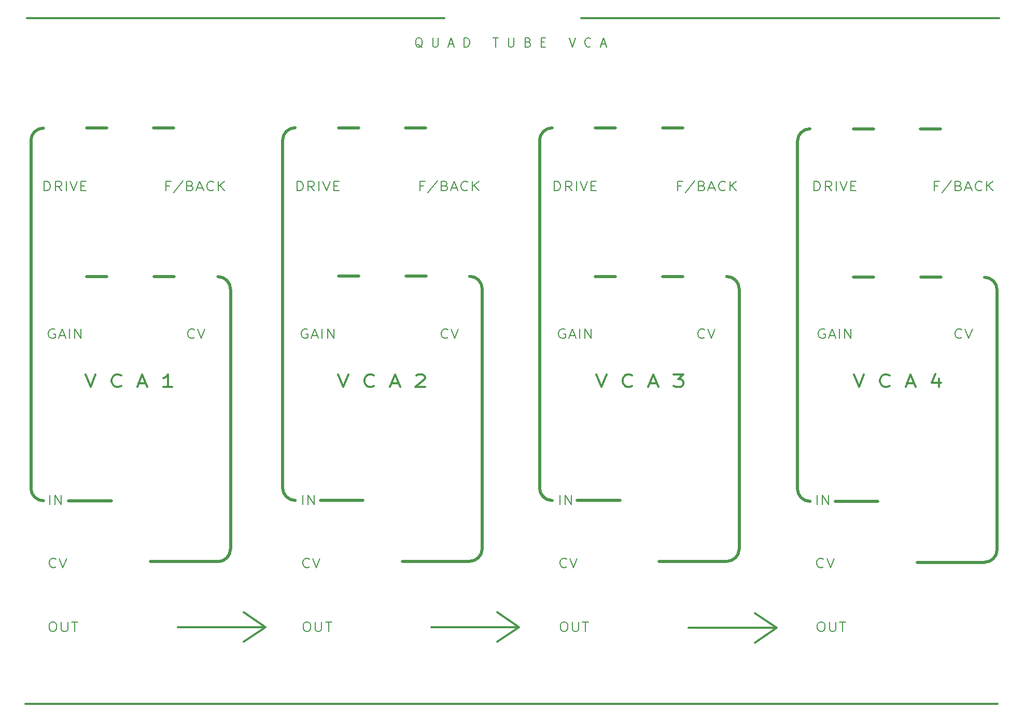
<source format=gto>
%TF.GenerationSoftware,KiCad,Pcbnew,(5.1.6-0-10_14)*%
%TF.CreationDate,2022-01-28T11:35:50+00:00*%
%TF.ProjectId,Quad Tube VCA Panel,51756164-2054-4756-9265-205643412050,rev?*%
%TF.SameCoordinates,Original*%
%TF.FileFunction,Legend,Top*%
%TF.FilePolarity,Positive*%
%FSLAX46Y46*%
G04 Gerber Fmt 4.6, Leading zero omitted, Abs format (unit mm)*
G04 Created by KiCad (PCBNEW (5.1.6-0-10_14)) date 2022-01-28 11:35:50*
%MOMM*%
%LPD*%
G01*
G04 APERTURE LIST*
%ADD10C,0.500000*%
%ADD11C,0.200000*%
%ADD12C,0.300000*%
%ADD13C,0.700000*%
%ADD14C,0.150000*%
%ADD15C,0.250000*%
G04 APERTURE END LIST*
D10*
X154707500Y-111491700D02*
X158009500Y-111491700D01*
X167191600Y-156030600D02*
X167191600Y-113561800D01*
X167191600Y-156030600D02*
G75*
G02*
X165146900Y-158075300I-2044700J0D01*
G01*
X165146900Y-111491700D02*
G75*
G02*
X167191600Y-113536400I0J-2044700D01*
G01*
X143722000Y-111491700D02*
X147024000Y-111491700D01*
X134603400Y-89254000D02*
G75*
G02*
X136648100Y-87209300I2044700J0D01*
G01*
X134600000Y-89300000D02*
X134600000Y-146050000D01*
X165146900Y-158075300D02*
X154123300Y-158075300D01*
X136648100Y-148118500D02*
G75*
G02*
X134603400Y-146073800I0J2044700D01*
G01*
X143709300Y-87209300D02*
X147011300Y-87209300D01*
X154656700Y-87209300D02*
X157958700Y-87209300D01*
X147747900Y-148118500D02*
X140737500Y-148118500D01*
X112597500Y-111351700D02*
X115899500Y-111351700D01*
X125081600Y-155890600D02*
X125081600Y-113421800D01*
X125081600Y-155890600D02*
G75*
G02*
X123036900Y-157935300I-2044700J0D01*
G01*
X123036900Y-111351700D02*
G75*
G02*
X125081600Y-113396400I0J-2044700D01*
G01*
X101612000Y-111351700D02*
X104914000Y-111351700D01*
X92493400Y-89114000D02*
G75*
G02*
X94538100Y-87069300I2044700J0D01*
G01*
X92490000Y-89160000D02*
X92490000Y-145910000D01*
X123036900Y-157935300D02*
X112013300Y-157935300D01*
X94538100Y-147978500D02*
G75*
G02*
X92493400Y-145933800I0J2044700D01*
G01*
X101599300Y-87069300D02*
X104901300Y-87069300D01*
X112546700Y-87069300D02*
X115848700Y-87069300D01*
X105637900Y-147978500D02*
X98627500Y-147978500D01*
X70627500Y-111331700D02*
X73929500Y-111331700D01*
X83111600Y-155870600D02*
X83111600Y-113401800D01*
X83111600Y-155870600D02*
G75*
G02*
X81066900Y-157915300I-2044700J0D01*
G01*
X81066900Y-111331700D02*
G75*
G02*
X83111600Y-113376400I0J-2044700D01*
G01*
X59642000Y-111331700D02*
X62944000Y-111331700D01*
X50523400Y-89094000D02*
G75*
G02*
X52568100Y-87049300I2044700J0D01*
G01*
X50520000Y-89140000D02*
X50520000Y-145890000D01*
X81066900Y-157915300D02*
X70043300Y-157915300D01*
X52568100Y-147958500D02*
G75*
G02*
X50523400Y-145913800I0J2044700D01*
G01*
X59629300Y-87049300D02*
X62931300Y-87049300D01*
X70576700Y-87049300D02*
X73878700Y-87049300D01*
X63667900Y-147958500D02*
X56657500Y-147958500D01*
X9420000Y-89200000D02*
X9420000Y-145950000D01*
X42011600Y-155930600D02*
X42011600Y-113461800D01*
X39966900Y-157975300D02*
X28943300Y-157975300D01*
X42011600Y-155930600D02*
G75*
G02*
X39966900Y-157975300I-2044700J0D01*
G01*
X11468100Y-148018500D02*
G75*
G02*
X9423400Y-145973800I0J2044700D01*
G01*
X39966900Y-111391700D02*
G75*
G02*
X42011600Y-113436400I0J-2044700D01*
G01*
X9423400Y-89154000D02*
G75*
G02*
X11468100Y-87109300I2044700J0D01*
G01*
X22567900Y-148018500D02*
X15557500Y-148018500D01*
X29476700Y-87109300D02*
X32778700Y-87109300D01*
X29527500Y-111391700D02*
X32829500Y-111391700D01*
X18542000Y-111391700D02*
X21844000Y-111391700D01*
X18529300Y-87109300D02*
X21831300Y-87109300D01*
D11*
X52875285Y-97325571D02*
X52875285Y-95825571D01*
X53303857Y-95825571D01*
X53561000Y-95897000D01*
X53732428Y-96039857D01*
X53818142Y-96182714D01*
X53903857Y-96468428D01*
X53903857Y-96682714D01*
X53818142Y-96968428D01*
X53732428Y-97111285D01*
X53561000Y-97254142D01*
X53303857Y-97325571D01*
X52875285Y-97325571D01*
X55703857Y-97325571D02*
X55103857Y-96611285D01*
X54675285Y-97325571D02*
X54675285Y-95825571D01*
X55361000Y-95825571D01*
X55532428Y-95897000D01*
X55618142Y-95968428D01*
X55703857Y-96111285D01*
X55703857Y-96325571D01*
X55618142Y-96468428D01*
X55532428Y-96539857D01*
X55361000Y-96611285D01*
X54675285Y-96611285D01*
X56475285Y-97325571D02*
X56475285Y-95825571D01*
X57075285Y-95825571D02*
X57675285Y-97325571D01*
X58275285Y-95825571D01*
X58875285Y-96539857D02*
X59475285Y-96539857D01*
X59732428Y-97325571D02*
X58875285Y-97325571D01*
X58875285Y-95825571D01*
X59732428Y-95825571D01*
X54589571Y-120027000D02*
X54418142Y-119955571D01*
X54161000Y-119955571D01*
X53903857Y-120027000D01*
X53732428Y-120169857D01*
X53646714Y-120312714D01*
X53561000Y-120598428D01*
X53561000Y-120812714D01*
X53646714Y-121098428D01*
X53732428Y-121241285D01*
X53903857Y-121384142D01*
X54161000Y-121455571D01*
X54332428Y-121455571D01*
X54589571Y-121384142D01*
X54675285Y-121312714D01*
X54675285Y-120812714D01*
X54332428Y-120812714D01*
X55361000Y-121027000D02*
X56218142Y-121027000D01*
X55189571Y-121455571D02*
X55789571Y-119955571D01*
X56389571Y-121455571D01*
X56989571Y-121455571D02*
X56989571Y-119955571D01*
X57846714Y-121455571D02*
X57846714Y-119955571D01*
X58875285Y-121455571D01*
X58875285Y-119955571D01*
X77509714Y-121312714D02*
X77424000Y-121384142D01*
X77166857Y-121455571D01*
X76995428Y-121455571D01*
X76738285Y-121384142D01*
X76566857Y-121241285D01*
X76481142Y-121098428D01*
X76395428Y-120812714D01*
X76395428Y-120598428D01*
X76481142Y-120312714D01*
X76566857Y-120169857D01*
X76738285Y-120027000D01*
X76995428Y-119955571D01*
X77166857Y-119955571D01*
X77424000Y-120027000D01*
X77509714Y-120098428D01*
X78024000Y-119955571D02*
X78624000Y-121455571D01*
X79224000Y-119955571D01*
X73566857Y-96539857D02*
X72966857Y-96539857D01*
X72966857Y-97325571D02*
X72966857Y-95825571D01*
X73824000Y-95825571D01*
X75795428Y-95754142D02*
X74252571Y-97682714D01*
X76995428Y-96539857D02*
X77252571Y-96611285D01*
X77338285Y-96682714D01*
X77424000Y-96825571D01*
X77424000Y-97039857D01*
X77338285Y-97182714D01*
X77252571Y-97254142D01*
X77081142Y-97325571D01*
X76395428Y-97325571D01*
X76395428Y-95825571D01*
X76995428Y-95825571D01*
X77166857Y-95897000D01*
X77252571Y-95968428D01*
X77338285Y-96111285D01*
X77338285Y-96254142D01*
X77252571Y-96397000D01*
X77166857Y-96468428D01*
X76995428Y-96539857D01*
X76395428Y-96539857D01*
X78109714Y-96897000D02*
X78966857Y-96897000D01*
X77938285Y-97325571D02*
X78538285Y-95825571D01*
X79138285Y-97325571D01*
X80766857Y-97182714D02*
X80681142Y-97254142D01*
X80424000Y-97325571D01*
X80252571Y-97325571D01*
X79995428Y-97254142D01*
X79824000Y-97111285D01*
X79738285Y-96968428D01*
X79652571Y-96682714D01*
X79652571Y-96468428D01*
X79738285Y-96182714D01*
X79824000Y-96039857D01*
X79995428Y-95897000D01*
X80252571Y-95825571D01*
X80424000Y-95825571D01*
X80681142Y-95897000D01*
X80766857Y-95968428D01*
X81538285Y-97325571D02*
X81538285Y-95825571D01*
X82566857Y-97325571D02*
X81795428Y-96468428D01*
X82566857Y-95825571D02*
X81538285Y-96682714D01*
X36107714Y-121312714D02*
X36022000Y-121384142D01*
X35764857Y-121455571D01*
X35593428Y-121455571D01*
X35336285Y-121384142D01*
X35164857Y-121241285D01*
X35079142Y-121098428D01*
X34993428Y-120812714D01*
X34993428Y-120598428D01*
X35079142Y-120312714D01*
X35164857Y-120169857D01*
X35336285Y-120027000D01*
X35593428Y-119955571D01*
X35764857Y-119955571D01*
X36022000Y-120027000D01*
X36107714Y-120098428D01*
X36622000Y-119955571D02*
X37222000Y-121455571D01*
X37822000Y-119955571D01*
X32037857Y-96539857D02*
X31437857Y-96539857D01*
X31437857Y-97325571D02*
X31437857Y-95825571D01*
X32295000Y-95825571D01*
X34266428Y-95754142D02*
X32723571Y-97682714D01*
X35466428Y-96539857D02*
X35723571Y-96611285D01*
X35809285Y-96682714D01*
X35895000Y-96825571D01*
X35895000Y-97039857D01*
X35809285Y-97182714D01*
X35723571Y-97254142D01*
X35552142Y-97325571D01*
X34866428Y-97325571D01*
X34866428Y-95825571D01*
X35466428Y-95825571D01*
X35637857Y-95897000D01*
X35723571Y-95968428D01*
X35809285Y-96111285D01*
X35809285Y-96254142D01*
X35723571Y-96397000D01*
X35637857Y-96468428D01*
X35466428Y-96539857D01*
X34866428Y-96539857D01*
X36580714Y-96897000D02*
X37437857Y-96897000D01*
X36409285Y-97325571D02*
X37009285Y-95825571D01*
X37609285Y-97325571D01*
X39237857Y-97182714D02*
X39152142Y-97254142D01*
X38895000Y-97325571D01*
X38723571Y-97325571D01*
X38466428Y-97254142D01*
X38295000Y-97111285D01*
X38209285Y-96968428D01*
X38123571Y-96682714D01*
X38123571Y-96468428D01*
X38209285Y-96182714D01*
X38295000Y-96039857D01*
X38466428Y-95897000D01*
X38723571Y-95825571D01*
X38895000Y-95825571D01*
X39152142Y-95897000D01*
X39237857Y-95968428D01*
X40009285Y-97325571D02*
X40009285Y-95825571D01*
X41037857Y-97325571D02*
X40266428Y-96468428D01*
X41037857Y-95825571D02*
X40009285Y-96682714D01*
X13314571Y-120027000D02*
X13143142Y-119955571D01*
X12886000Y-119955571D01*
X12628857Y-120027000D01*
X12457428Y-120169857D01*
X12371714Y-120312714D01*
X12286000Y-120598428D01*
X12286000Y-120812714D01*
X12371714Y-121098428D01*
X12457428Y-121241285D01*
X12628857Y-121384142D01*
X12886000Y-121455571D01*
X13057428Y-121455571D01*
X13314571Y-121384142D01*
X13400285Y-121312714D01*
X13400285Y-120812714D01*
X13057428Y-120812714D01*
X14086000Y-121027000D02*
X14943142Y-121027000D01*
X13914571Y-121455571D02*
X14514571Y-119955571D01*
X15114571Y-121455571D01*
X15714571Y-121455571D02*
X15714571Y-119955571D01*
X16571714Y-121455571D02*
X16571714Y-119955571D01*
X17600285Y-121455571D01*
X17600285Y-119955571D01*
X11600285Y-97325571D02*
X11600285Y-95825571D01*
X12028857Y-95825571D01*
X12286000Y-95897000D01*
X12457428Y-96039857D01*
X12543142Y-96182714D01*
X12628857Y-96468428D01*
X12628857Y-96682714D01*
X12543142Y-96968428D01*
X12457428Y-97111285D01*
X12286000Y-97254142D01*
X12028857Y-97325571D01*
X11600285Y-97325571D01*
X14428857Y-97325571D02*
X13828857Y-96611285D01*
X13400285Y-97325571D02*
X13400285Y-95825571D01*
X14086000Y-95825571D01*
X14257428Y-95897000D01*
X14343142Y-95968428D01*
X14428857Y-96111285D01*
X14428857Y-96325571D01*
X14343142Y-96468428D01*
X14257428Y-96539857D01*
X14086000Y-96611285D01*
X13400285Y-96611285D01*
X15200285Y-97325571D02*
X15200285Y-95825571D01*
X15800285Y-95825571D02*
X16400285Y-97325571D01*
X17000285Y-95825571D01*
X17600285Y-96539857D02*
X18200285Y-96539857D01*
X18457428Y-97325571D02*
X17600285Y-97325571D01*
X17600285Y-95825571D01*
X18457428Y-95825571D01*
X96626571Y-120027000D02*
X96455142Y-119955571D01*
X96198000Y-119955571D01*
X95940857Y-120027000D01*
X95769428Y-120169857D01*
X95683714Y-120312714D01*
X95598000Y-120598428D01*
X95598000Y-120812714D01*
X95683714Y-121098428D01*
X95769428Y-121241285D01*
X95940857Y-121384142D01*
X96198000Y-121455571D01*
X96369428Y-121455571D01*
X96626571Y-121384142D01*
X96712285Y-121312714D01*
X96712285Y-120812714D01*
X96369428Y-120812714D01*
X97398000Y-121027000D02*
X98255142Y-121027000D01*
X97226571Y-121455571D02*
X97826571Y-119955571D01*
X98426571Y-121455571D01*
X99026571Y-121455571D02*
X99026571Y-119955571D01*
X99883714Y-121455571D02*
X99883714Y-119955571D01*
X100912285Y-121455571D01*
X100912285Y-119955571D01*
X119419714Y-121312714D02*
X119334000Y-121384142D01*
X119076857Y-121455571D01*
X118905428Y-121455571D01*
X118648285Y-121384142D01*
X118476857Y-121241285D01*
X118391142Y-121098428D01*
X118305428Y-120812714D01*
X118305428Y-120598428D01*
X118391142Y-120312714D01*
X118476857Y-120169857D01*
X118648285Y-120027000D01*
X118905428Y-119955571D01*
X119076857Y-119955571D01*
X119334000Y-120027000D01*
X119419714Y-120098428D01*
X119934000Y-119955571D02*
X120534000Y-121455571D01*
X121134000Y-119955571D01*
X94912285Y-97325571D02*
X94912285Y-95825571D01*
X95340857Y-95825571D01*
X95598000Y-95897000D01*
X95769428Y-96039857D01*
X95855142Y-96182714D01*
X95940857Y-96468428D01*
X95940857Y-96682714D01*
X95855142Y-96968428D01*
X95769428Y-97111285D01*
X95598000Y-97254142D01*
X95340857Y-97325571D01*
X94912285Y-97325571D01*
X97740857Y-97325571D02*
X97140857Y-96611285D01*
X96712285Y-97325571D02*
X96712285Y-95825571D01*
X97398000Y-95825571D01*
X97569428Y-95897000D01*
X97655142Y-95968428D01*
X97740857Y-96111285D01*
X97740857Y-96325571D01*
X97655142Y-96468428D01*
X97569428Y-96539857D01*
X97398000Y-96611285D01*
X96712285Y-96611285D01*
X98512285Y-97325571D02*
X98512285Y-95825571D01*
X99112285Y-95825571D02*
X99712285Y-97325571D01*
X100312285Y-95825571D01*
X100912285Y-96539857D02*
X101512285Y-96539857D01*
X101769428Y-97325571D02*
X100912285Y-97325571D01*
X100912285Y-95825571D01*
X101769428Y-95825571D01*
X115603857Y-96539857D02*
X115003857Y-96539857D01*
X115003857Y-97325571D02*
X115003857Y-95825571D01*
X115861000Y-95825571D01*
X117832428Y-95754142D02*
X116289571Y-97682714D01*
X119032428Y-96539857D02*
X119289571Y-96611285D01*
X119375285Y-96682714D01*
X119461000Y-96825571D01*
X119461000Y-97039857D01*
X119375285Y-97182714D01*
X119289571Y-97254142D01*
X119118142Y-97325571D01*
X118432428Y-97325571D01*
X118432428Y-95825571D01*
X119032428Y-95825571D01*
X119203857Y-95897000D01*
X119289571Y-95968428D01*
X119375285Y-96111285D01*
X119375285Y-96254142D01*
X119289571Y-96397000D01*
X119203857Y-96468428D01*
X119032428Y-96539857D01*
X118432428Y-96539857D01*
X120146714Y-96897000D02*
X121003857Y-96897000D01*
X119975285Y-97325571D02*
X120575285Y-95825571D01*
X121175285Y-97325571D01*
X122803857Y-97182714D02*
X122718142Y-97254142D01*
X122461000Y-97325571D01*
X122289571Y-97325571D01*
X122032428Y-97254142D01*
X121861000Y-97111285D01*
X121775285Y-96968428D01*
X121689571Y-96682714D01*
X121689571Y-96468428D01*
X121775285Y-96182714D01*
X121861000Y-96039857D01*
X122032428Y-95897000D01*
X122289571Y-95825571D01*
X122461000Y-95825571D01*
X122718142Y-95897000D01*
X122803857Y-95968428D01*
X123575285Y-97325571D02*
X123575285Y-95825571D01*
X124603857Y-97325571D02*
X123832428Y-96468428D01*
X124603857Y-95825571D02*
X123575285Y-96682714D01*
X139044571Y-120027000D02*
X138873142Y-119955571D01*
X138616000Y-119955571D01*
X138358857Y-120027000D01*
X138187428Y-120169857D01*
X138101714Y-120312714D01*
X138016000Y-120598428D01*
X138016000Y-120812714D01*
X138101714Y-121098428D01*
X138187428Y-121241285D01*
X138358857Y-121384142D01*
X138616000Y-121455571D01*
X138787428Y-121455571D01*
X139044571Y-121384142D01*
X139130285Y-121312714D01*
X139130285Y-120812714D01*
X138787428Y-120812714D01*
X139816000Y-121027000D02*
X140673142Y-121027000D01*
X139644571Y-121455571D02*
X140244571Y-119955571D01*
X140844571Y-121455571D01*
X141444571Y-121455571D02*
X141444571Y-119955571D01*
X142301714Y-121455571D02*
X142301714Y-119955571D01*
X143330285Y-121455571D01*
X143330285Y-119955571D01*
X161456714Y-121312714D02*
X161371000Y-121384142D01*
X161113857Y-121455571D01*
X160942428Y-121455571D01*
X160685285Y-121384142D01*
X160513857Y-121241285D01*
X160428142Y-121098428D01*
X160342428Y-120812714D01*
X160342428Y-120598428D01*
X160428142Y-120312714D01*
X160513857Y-120169857D01*
X160685285Y-120027000D01*
X160942428Y-119955571D01*
X161113857Y-119955571D01*
X161371000Y-120027000D01*
X161456714Y-120098428D01*
X161971000Y-119955571D02*
X162571000Y-121455571D01*
X163171000Y-119955571D01*
X137330285Y-97325571D02*
X137330285Y-95825571D01*
X137758857Y-95825571D01*
X138016000Y-95897000D01*
X138187428Y-96039857D01*
X138273142Y-96182714D01*
X138358857Y-96468428D01*
X138358857Y-96682714D01*
X138273142Y-96968428D01*
X138187428Y-97111285D01*
X138016000Y-97254142D01*
X137758857Y-97325571D01*
X137330285Y-97325571D01*
X140158857Y-97325571D02*
X139558857Y-96611285D01*
X139130285Y-97325571D02*
X139130285Y-95825571D01*
X139816000Y-95825571D01*
X139987428Y-95897000D01*
X140073142Y-95968428D01*
X140158857Y-96111285D01*
X140158857Y-96325571D01*
X140073142Y-96468428D01*
X139987428Y-96539857D01*
X139816000Y-96611285D01*
X139130285Y-96611285D01*
X140930285Y-97325571D02*
X140930285Y-95825571D01*
X141530285Y-95825571D02*
X142130285Y-97325571D01*
X142730285Y-95825571D01*
X143330285Y-96539857D02*
X143930285Y-96539857D01*
X144187428Y-97325571D02*
X143330285Y-97325571D01*
X143330285Y-95825571D01*
X144187428Y-95825571D01*
X157513857Y-96539857D02*
X156913857Y-96539857D01*
X156913857Y-97325571D02*
X156913857Y-95825571D01*
X157771000Y-95825571D01*
X159742428Y-95754142D02*
X158199571Y-97682714D01*
X160942428Y-96539857D02*
X161199571Y-96611285D01*
X161285285Y-96682714D01*
X161371000Y-96825571D01*
X161371000Y-97039857D01*
X161285285Y-97182714D01*
X161199571Y-97254142D01*
X161028142Y-97325571D01*
X160342428Y-97325571D01*
X160342428Y-95825571D01*
X160942428Y-95825571D01*
X161113857Y-95897000D01*
X161199571Y-95968428D01*
X161285285Y-96111285D01*
X161285285Y-96254142D01*
X161199571Y-96397000D01*
X161113857Y-96468428D01*
X160942428Y-96539857D01*
X160342428Y-96539857D01*
X162056714Y-96897000D02*
X162913857Y-96897000D01*
X161885285Y-97325571D02*
X162485285Y-95825571D01*
X163085285Y-97325571D01*
X164713857Y-97182714D02*
X164628142Y-97254142D01*
X164371000Y-97325571D01*
X164199571Y-97325571D01*
X163942428Y-97254142D01*
X163771000Y-97111285D01*
X163685285Y-96968428D01*
X163599571Y-96682714D01*
X163599571Y-96468428D01*
X163685285Y-96182714D01*
X163771000Y-96039857D01*
X163942428Y-95897000D01*
X164199571Y-95825571D01*
X164371000Y-95825571D01*
X164628142Y-95897000D01*
X164713857Y-95968428D01*
X165485285Y-97325571D02*
X165485285Y-95825571D01*
X166513857Y-97325571D02*
X165742428Y-96468428D01*
X166513857Y-95825571D02*
X165485285Y-96682714D01*
X73328428Y-73973428D02*
X73185571Y-73902000D01*
X73042714Y-73759142D01*
X72828428Y-73544857D01*
X72685571Y-73473428D01*
X72542714Y-73473428D01*
X72614142Y-73830571D02*
X72471285Y-73759142D01*
X72328428Y-73616285D01*
X72256999Y-73330571D01*
X72256999Y-72830571D01*
X72328428Y-72544857D01*
X72471285Y-72402000D01*
X72614142Y-72330571D01*
X72899857Y-72330571D01*
X73042714Y-72402000D01*
X73185571Y-72544857D01*
X73256999Y-72830571D01*
X73256999Y-73330571D01*
X73185571Y-73616285D01*
X73042714Y-73759142D01*
X72899857Y-73830571D01*
X72614142Y-73830571D01*
X75042714Y-72330571D02*
X75042714Y-73544857D01*
X75114142Y-73687714D01*
X75185571Y-73759142D01*
X75328428Y-73830571D01*
X75614142Y-73830571D01*
X75756999Y-73759142D01*
X75828428Y-73687714D01*
X75899857Y-73544857D01*
X75899857Y-72330571D01*
X77685571Y-73402000D02*
X78399857Y-73402000D01*
X77542714Y-73830571D02*
X78042714Y-72330571D01*
X78542714Y-73830571D01*
X80185571Y-73830571D02*
X80185571Y-72330571D01*
X80542714Y-72330571D01*
X80756999Y-72402000D01*
X80899857Y-72544857D01*
X80971285Y-72687714D01*
X81042714Y-72973428D01*
X81042714Y-73187714D01*
X80971285Y-73473428D01*
X80899857Y-73616285D01*
X80756999Y-73759142D01*
X80542714Y-73830571D01*
X80185571Y-73830571D01*
X84899857Y-72330571D02*
X85756999Y-72330571D01*
X85328428Y-73830571D02*
X85328428Y-72330571D01*
X87399857Y-72330571D02*
X87399857Y-73544857D01*
X87471285Y-73687714D01*
X87542714Y-73759142D01*
X87685571Y-73830571D01*
X87971285Y-73830571D01*
X88114142Y-73759142D01*
X88185571Y-73687714D01*
X88256999Y-73544857D01*
X88256999Y-72330571D01*
X90614142Y-73044857D02*
X90828428Y-73116285D01*
X90899857Y-73187714D01*
X90971285Y-73330571D01*
X90971285Y-73544857D01*
X90899857Y-73687714D01*
X90828428Y-73759142D01*
X90685571Y-73830571D01*
X90114142Y-73830571D01*
X90114142Y-72330571D01*
X90614142Y-72330571D01*
X90756999Y-72402000D01*
X90828428Y-72473428D01*
X90899857Y-72616285D01*
X90899857Y-72759142D01*
X90828428Y-72902000D01*
X90756999Y-72973428D01*
X90614142Y-73044857D01*
X90114142Y-73044857D01*
X92756999Y-73044857D02*
X93256999Y-73044857D01*
X93471285Y-73830571D02*
X92756999Y-73830571D01*
X92756999Y-72330571D01*
X93471285Y-72330571D01*
X97328428Y-72330571D02*
X97828428Y-73830571D01*
X98328428Y-72330571D01*
X100828428Y-73687714D02*
X100756999Y-73759142D01*
X100542714Y-73830571D01*
X100399857Y-73830571D01*
X100185571Y-73759142D01*
X100042714Y-73616285D01*
X99971285Y-73473428D01*
X99899857Y-73187714D01*
X99899857Y-72973428D01*
X99971285Y-72687714D01*
X100042714Y-72544857D01*
X100185571Y-72402000D01*
X100399857Y-72330571D01*
X100542714Y-72330571D01*
X100756999Y-72402000D01*
X100828428Y-72473428D01*
X102542714Y-73402000D02*
X103256999Y-73402000D01*
X102399857Y-73830571D02*
X102899857Y-72330571D01*
X103399857Y-73830571D01*
X12519142Y-148633571D02*
X12519142Y-147133571D01*
X13376285Y-148633571D02*
X13376285Y-147133571D01*
X14404857Y-148633571D01*
X14404857Y-147133571D01*
X13547714Y-158777714D02*
X13462000Y-158849142D01*
X13204857Y-158920571D01*
X13033428Y-158920571D01*
X12776285Y-158849142D01*
X12604857Y-158706285D01*
X12519142Y-158563428D01*
X12433428Y-158277714D01*
X12433428Y-158063428D01*
X12519142Y-157777714D01*
X12604857Y-157634857D01*
X12776285Y-157492000D01*
X13033428Y-157420571D01*
X13204857Y-157420571D01*
X13462000Y-157492000D01*
X13547714Y-157563428D01*
X14062000Y-157420571D02*
X14662000Y-158920571D01*
X15262000Y-157420571D01*
X12862000Y-167834571D02*
X13204857Y-167834571D01*
X13376285Y-167906000D01*
X13547714Y-168048857D01*
X13633428Y-168334571D01*
X13633428Y-168834571D01*
X13547714Y-169120285D01*
X13376285Y-169263142D01*
X13204857Y-169334571D01*
X12862000Y-169334571D01*
X12690571Y-169263142D01*
X12519142Y-169120285D01*
X12433428Y-168834571D01*
X12433428Y-168334571D01*
X12519142Y-168048857D01*
X12690571Y-167906000D01*
X12862000Y-167834571D01*
X14404857Y-167834571D02*
X14404857Y-169048857D01*
X14490571Y-169191714D01*
X14576285Y-169263142D01*
X14747714Y-169334571D01*
X15090571Y-169334571D01*
X15262000Y-169263142D01*
X15347714Y-169191714D01*
X15433428Y-169048857D01*
X15433428Y-167834571D01*
X16033428Y-167834571D02*
X17062000Y-167834571D01*
X16547714Y-169334571D02*
X16547714Y-167834571D01*
X54919714Y-158777714D02*
X54834000Y-158849142D01*
X54576857Y-158920571D01*
X54405428Y-158920571D01*
X54148285Y-158849142D01*
X53976857Y-158706285D01*
X53891142Y-158563428D01*
X53805428Y-158277714D01*
X53805428Y-158063428D01*
X53891142Y-157777714D01*
X53976857Y-157634857D01*
X54148285Y-157492000D01*
X54405428Y-157420571D01*
X54576857Y-157420571D01*
X54834000Y-157492000D01*
X54919714Y-157563428D01*
X55434000Y-157420571D02*
X56034000Y-158920571D01*
X56634000Y-157420571D01*
X54334000Y-167834571D02*
X54676857Y-167834571D01*
X54848285Y-167906000D01*
X55019714Y-168048857D01*
X55105428Y-168334571D01*
X55105428Y-168834571D01*
X55019714Y-169120285D01*
X54848285Y-169263142D01*
X54676857Y-169334571D01*
X54334000Y-169334571D01*
X54162571Y-169263142D01*
X53991142Y-169120285D01*
X53905428Y-168834571D01*
X53905428Y-168334571D01*
X53991142Y-168048857D01*
X54162571Y-167906000D01*
X54334000Y-167834571D01*
X55876857Y-167834571D02*
X55876857Y-169048857D01*
X55962571Y-169191714D01*
X56048285Y-169263142D01*
X56219714Y-169334571D01*
X56562571Y-169334571D01*
X56734000Y-169263142D01*
X56819714Y-169191714D01*
X56905428Y-169048857D01*
X56905428Y-167834571D01*
X57505428Y-167834571D02*
X58534000Y-167834571D01*
X58019714Y-169334571D02*
X58019714Y-167834571D01*
X53794142Y-148633571D02*
X53794142Y-147133571D01*
X54651285Y-148633571D02*
X54651285Y-147133571D01*
X55679857Y-148633571D01*
X55679857Y-147133571D01*
X96891048Y-158777714D02*
X96805334Y-158849142D01*
X96548191Y-158920571D01*
X96376762Y-158920571D01*
X96119619Y-158849142D01*
X95948191Y-158706285D01*
X95862476Y-158563428D01*
X95776762Y-158277714D01*
X95776762Y-158063428D01*
X95862476Y-157777714D01*
X95948191Y-157634857D01*
X96119619Y-157492000D01*
X96376762Y-157420571D01*
X96548191Y-157420571D01*
X96805334Y-157492000D01*
X96891048Y-157563428D01*
X97405334Y-157420571D02*
X98005334Y-158920571D01*
X98605334Y-157420571D01*
X96305334Y-167834571D02*
X96648191Y-167834571D01*
X96819619Y-167906000D01*
X96991048Y-168048857D01*
X97076762Y-168334571D01*
X97076762Y-168834571D01*
X96991048Y-169120285D01*
X96819619Y-169263142D01*
X96648191Y-169334571D01*
X96305334Y-169334571D01*
X96133905Y-169263142D01*
X95962476Y-169120285D01*
X95876762Y-168834571D01*
X95876762Y-168334571D01*
X95962476Y-168048857D01*
X96133905Y-167906000D01*
X96305334Y-167834571D01*
X97848191Y-167834571D02*
X97848191Y-169048857D01*
X97933905Y-169191714D01*
X98019619Y-169263142D01*
X98191048Y-169334571D01*
X98533905Y-169334571D01*
X98705334Y-169263142D01*
X98791048Y-169191714D01*
X98876762Y-169048857D01*
X98876762Y-167834571D01*
X99476762Y-167834571D02*
X100505334Y-167834571D01*
X99991048Y-169334571D02*
X99991048Y-167834571D01*
X95829142Y-148633571D02*
X95829142Y-147133571D01*
X96686285Y-148633571D02*
X96686285Y-147133571D01*
X97714857Y-148633571D01*
X97714857Y-147133571D01*
X138866714Y-158777714D02*
X138781000Y-158849142D01*
X138523857Y-158920571D01*
X138352428Y-158920571D01*
X138095285Y-158849142D01*
X137923857Y-158706285D01*
X137838142Y-158563428D01*
X137752428Y-158277714D01*
X137752428Y-158063428D01*
X137838142Y-157777714D01*
X137923857Y-157634857D01*
X138095285Y-157492000D01*
X138352428Y-157420571D01*
X138523857Y-157420571D01*
X138781000Y-157492000D01*
X138866714Y-157563428D01*
X139381000Y-157420571D02*
X139981000Y-158920571D01*
X140581000Y-157420571D01*
X138281000Y-167834571D02*
X138623857Y-167834571D01*
X138795285Y-167906000D01*
X138966714Y-168048857D01*
X139052428Y-168334571D01*
X139052428Y-168834571D01*
X138966714Y-169120285D01*
X138795285Y-169263142D01*
X138623857Y-169334571D01*
X138281000Y-169334571D01*
X138109571Y-169263142D01*
X137938142Y-169120285D01*
X137852428Y-168834571D01*
X137852428Y-168334571D01*
X137938142Y-168048857D01*
X138109571Y-167906000D01*
X138281000Y-167834571D01*
X139823857Y-167834571D02*
X139823857Y-169048857D01*
X139909571Y-169191714D01*
X139995285Y-169263142D01*
X140166714Y-169334571D01*
X140509571Y-169334571D01*
X140681000Y-169263142D01*
X140766714Y-169191714D01*
X140852428Y-169048857D01*
X140852428Y-167834571D01*
X141452428Y-167834571D02*
X142481000Y-167834571D01*
X141966714Y-169334571D02*
X141966714Y-167834571D01*
X137804808Y-148633571D02*
X137804808Y-147133571D01*
X138661951Y-148633571D02*
X138661951Y-147133571D01*
X139690523Y-148633571D01*
X139690523Y-147133571D01*
D12*
X18324619Y-127395761D02*
X19157952Y-129395761D01*
X19991285Y-127395761D01*
X24157952Y-129205285D02*
X24038904Y-129300523D01*
X23681761Y-129395761D01*
X23443666Y-129395761D01*
X23086523Y-129300523D01*
X22848428Y-129110047D01*
X22729380Y-128919571D01*
X22610333Y-128538619D01*
X22610333Y-128252904D01*
X22729380Y-127871952D01*
X22848428Y-127681476D01*
X23086523Y-127491000D01*
X23443666Y-127395761D01*
X23681761Y-127395761D01*
X24038904Y-127491000D01*
X24157952Y-127586238D01*
X27015095Y-128824333D02*
X28205571Y-128824333D01*
X26777000Y-129395761D02*
X27610333Y-127395761D01*
X28443666Y-129395761D01*
X32491285Y-129395761D02*
X31062714Y-129395761D01*
X31777000Y-129395761D02*
X31777000Y-127395761D01*
X31538904Y-127681476D01*
X31300809Y-127871952D01*
X31062714Y-127967190D01*
X59599619Y-127395761D02*
X60432952Y-129395761D01*
X61266285Y-127395761D01*
X65432952Y-129205285D02*
X65313904Y-129300523D01*
X64956761Y-129395761D01*
X64718666Y-129395761D01*
X64361523Y-129300523D01*
X64123428Y-129110047D01*
X64004380Y-128919571D01*
X63885333Y-128538619D01*
X63885333Y-128252904D01*
X64004380Y-127871952D01*
X64123428Y-127681476D01*
X64361523Y-127491000D01*
X64718666Y-127395761D01*
X64956761Y-127395761D01*
X65313904Y-127491000D01*
X65432952Y-127586238D01*
X68290095Y-128824333D02*
X69480571Y-128824333D01*
X68052000Y-129395761D02*
X68885333Y-127395761D01*
X69718666Y-129395761D01*
X72337714Y-127586238D02*
X72456761Y-127491000D01*
X72694857Y-127395761D01*
X73290095Y-127395761D01*
X73528190Y-127491000D01*
X73647238Y-127586238D01*
X73766285Y-127776714D01*
X73766285Y-127967190D01*
X73647238Y-128252904D01*
X72218666Y-129395761D01*
X73766285Y-129395761D01*
X101763619Y-127395761D02*
X102596952Y-129395761D01*
X103430285Y-127395761D01*
X107596952Y-129205285D02*
X107477904Y-129300523D01*
X107120761Y-129395761D01*
X106882666Y-129395761D01*
X106525523Y-129300523D01*
X106287428Y-129110047D01*
X106168380Y-128919571D01*
X106049333Y-128538619D01*
X106049333Y-128252904D01*
X106168380Y-127871952D01*
X106287428Y-127681476D01*
X106525523Y-127491000D01*
X106882666Y-127395761D01*
X107120761Y-127395761D01*
X107477904Y-127491000D01*
X107596952Y-127586238D01*
X110454095Y-128824333D02*
X111644571Y-128824333D01*
X110216000Y-129395761D02*
X111049333Y-127395761D01*
X111882666Y-129395761D01*
X114382666Y-127395761D02*
X115930285Y-127395761D01*
X115096952Y-128157666D01*
X115454095Y-128157666D01*
X115692190Y-128252904D01*
X115811238Y-128348142D01*
X115930285Y-128538619D01*
X115930285Y-129014809D01*
X115811238Y-129205285D01*
X115692190Y-129300523D01*
X115454095Y-129395761D01*
X114739809Y-129395761D01*
X114501714Y-129300523D01*
X114382666Y-129205285D01*
X143800619Y-127395761D02*
X144633952Y-129395761D01*
X145467285Y-127395761D01*
X149633952Y-129205285D02*
X149514904Y-129300523D01*
X149157761Y-129395761D01*
X148919666Y-129395761D01*
X148562523Y-129300523D01*
X148324428Y-129110047D01*
X148205380Y-128919571D01*
X148086333Y-128538619D01*
X148086333Y-128252904D01*
X148205380Y-127871952D01*
X148324428Y-127681476D01*
X148562523Y-127491000D01*
X148919666Y-127395761D01*
X149157761Y-127395761D01*
X149514904Y-127491000D01*
X149633952Y-127586238D01*
X152491095Y-128824333D02*
X153681571Y-128824333D01*
X152253000Y-129395761D02*
X153086333Y-127395761D01*
X153919666Y-129395761D01*
X157729190Y-128062428D02*
X157729190Y-129395761D01*
X157133952Y-127300523D02*
X156538714Y-128729095D01*
X158086333Y-128729095D01*
X8509000Y-181229000D02*
X167259000Y-181229000D01*
X8763000Y-69088000D02*
X76962000Y-69088000D01*
X99314000Y-69088000D02*
X167513000Y-69088000D01*
X131191000Y-168783000D02*
X127635000Y-166370000D01*
X131191000Y-168783000D02*
X127635000Y-171196000D01*
X116840000Y-168783000D02*
X131191000Y-168783000D01*
X89154000Y-168656000D02*
X85598000Y-166243000D01*
X89154000Y-168656000D02*
X85598000Y-171069000D01*
X74803000Y-168656000D02*
X89154000Y-168656000D01*
X47752000Y-168656000D02*
X44196000Y-171069000D01*
X47752000Y-168656000D02*
X44196000Y-166243000D01*
X33401000Y-168656000D02*
X47752000Y-168656000D01*
%LPC*%
X156210000Y-168275000D02*
G75*
G03*
X156210000Y-168275000I-5105337J0D01*
G01*
X114325337Y-168376663D02*
G75*
G03*
X114325337Y-168376663I-5105337J0D01*
G01*
X72034337Y-168376663D02*
G75*
G03*
X72034337Y-168376663I-5105337J0D01*
G01*
X30759337Y-168249663D02*
G75*
G03*
X30759337Y-168249663I-5105337J0D01*
G01*
D13*
X78971333Y-65333904D02*
X80638000Y-70333904D01*
X82304666Y-65333904D01*
X86114190Y-70333904D02*
X86114190Y-67714857D01*
X85876095Y-67238666D01*
X85399904Y-67000571D01*
X84447523Y-67000571D01*
X83971333Y-67238666D01*
X86114190Y-70095809D02*
X85638000Y-70333904D01*
X84447523Y-70333904D01*
X83971333Y-70095809D01*
X83733238Y-69619619D01*
X83733238Y-69143428D01*
X83971333Y-68667238D01*
X84447523Y-68429142D01*
X85638000Y-68429142D01*
X86114190Y-68191047D01*
X83733238Y-65572000D02*
X86114190Y-65572000D01*
X89209428Y-70333904D02*
X88733238Y-70095809D01*
X88495142Y-69619619D01*
X88495142Y-65333904D01*
X90638000Y-67000571D02*
X91828476Y-70333904D01*
X93018952Y-67000571D01*
X94685619Y-70095809D02*
X95161809Y-70333904D01*
X96114190Y-70333904D01*
X96590380Y-70095809D01*
X96828476Y-69619619D01*
X96828476Y-69381523D01*
X96590380Y-68905333D01*
X96114190Y-68667238D01*
X95399904Y-68667238D01*
X94923714Y-68429142D01*
X94685619Y-67952952D01*
X94685619Y-67714857D01*
X94923714Y-67238666D01*
X95399904Y-67000571D01*
X96114190Y-67000571D01*
X96590380Y-67238666D01*
D14*
X12597190Y-138279142D02*
X12549571Y-138326761D01*
X12406714Y-138374380D01*
X12311476Y-138374380D01*
X12168619Y-138326761D01*
X12073380Y-138231523D01*
X12025761Y-138136285D01*
X11978142Y-137945809D01*
X11978142Y-137802952D01*
X12025761Y-137612476D01*
X12073380Y-137517238D01*
X12168619Y-137422000D01*
X12311476Y-137374380D01*
X12406714Y-137374380D01*
X12549571Y-137422000D01*
X12597190Y-137469619D01*
X14263857Y-138374380D02*
X13787666Y-138374380D01*
X13787666Y-137374380D01*
X15359095Y-137850571D02*
X15692428Y-137850571D01*
X15835285Y-138374380D02*
X15359095Y-138374380D01*
X15359095Y-137374380D01*
X15835285Y-137374380D01*
X16978142Y-138088666D02*
X17454333Y-138088666D01*
X16882904Y-138374380D02*
X17216238Y-137374380D01*
X17549571Y-138374380D01*
X18644809Y-138374380D02*
X18644809Y-137374380D01*
X19216238Y-138374380D01*
X19216238Y-137374380D01*
X32480666Y-138374380D02*
X32480666Y-137374380D01*
X32718761Y-137374380D01*
X32861619Y-137422000D01*
X32956857Y-137517238D01*
X33004476Y-137612476D01*
X33052095Y-137802952D01*
X33052095Y-137945809D01*
X33004476Y-138136285D01*
X32956857Y-138231523D01*
X32861619Y-138326761D01*
X32718761Y-138374380D01*
X32480666Y-138374380D01*
X34242571Y-138374380D02*
X34242571Y-137374380D01*
X36052095Y-138374380D02*
X35718761Y-137898190D01*
X35480666Y-138374380D02*
X35480666Y-137374380D01*
X35861619Y-137374380D01*
X35956857Y-137422000D01*
X36004476Y-137469619D01*
X36052095Y-137564857D01*
X36052095Y-137707714D01*
X36004476Y-137802952D01*
X35956857Y-137850571D01*
X35861619Y-137898190D01*
X35480666Y-137898190D01*
X37099714Y-137374380D02*
X37671142Y-137374380D01*
X37385428Y-138374380D02*
X37385428Y-137374380D01*
X38956857Y-137898190D02*
X38956857Y-138374380D01*
X38623523Y-137374380D02*
X38956857Y-137898190D01*
X39290190Y-137374380D01*
X53618190Y-138279142D02*
X53570571Y-138326761D01*
X53427714Y-138374380D01*
X53332476Y-138374380D01*
X53189619Y-138326761D01*
X53094380Y-138231523D01*
X53046761Y-138136285D01*
X52999142Y-137945809D01*
X52999142Y-137802952D01*
X53046761Y-137612476D01*
X53094380Y-137517238D01*
X53189619Y-137422000D01*
X53332476Y-137374380D01*
X53427714Y-137374380D01*
X53570571Y-137422000D01*
X53618190Y-137469619D01*
X55284857Y-138374380D02*
X54808666Y-138374380D01*
X54808666Y-137374380D01*
X56380095Y-137850571D02*
X56713428Y-137850571D01*
X56856285Y-138374380D02*
X56380095Y-138374380D01*
X56380095Y-137374380D01*
X56856285Y-137374380D01*
X57999142Y-138088666D02*
X58475333Y-138088666D01*
X57903904Y-138374380D02*
X58237238Y-137374380D01*
X58570571Y-138374380D01*
X59665809Y-138374380D02*
X59665809Y-137374380D01*
X60237238Y-138374380D01*
X60237238Y-137374380D01*
X73882666Y-138374380D02*
X73882666Y-137374380D01*
X74120761Y-137374380D01*
X74263619Y-137422000D01*
X74358857Y-137517238D01*
X74406476Y-137612476D01*
X74454095Y-137802952D01*
X74454095Y-137945809D01*
X74406476Y-138136285D01*
X74358857Y-138231523D01*
X74263619Y-138326761D01*
X74120761Y-138374380D01*
X73882666Y-138374380D01*
X75644571Y-138374380D02*
X75644571Y-137374380D01*
X77454095Y-138374380D02*
X77120761Y-137898190D01*
X76882666Y-138374380D02*
X76882666Y-137374380D01*
X77263619Y-137374380D01*
X77358857Y-137422000D01*
X77406476Y-137469619D01*
X77454095Y-137564857D01*
X77454095Y-137707714D01*
X77406476Y-137802952D01*
X77358857Y-137850571D01*
X77263619Y-137898190D01*
X76882666Y-137898190D01*
X78501714Y-137374380D02*
X79073142Y-137374380D01*
X78787428Y-138374380D02*
X78787428Y-137374380D01*
X80358857Y-137898190D02*
X80358857Y-138374380D01*
X80025523Y-137374380D02*
X80358857Y-137898190D01*
X80692190Y-137374380D01*
X95909190Y-138279142D02*
X95861571Y-138326761D01*
X95718714Y-138374380D01*
X95623476Y-138374380D01*
X95480619Y-138326761D01*
X95385380Y-138231523D01*
X95337761Y-138136285D01*
X95290142Y-137945809D01*
X95290142Y-137802952D01*
X95337761Y-137612476D01*
X95385380Y-137517238D01*
X95480619Y-137422000D01*
X95623476Y-137374380D01*
X95718714Y-137374380D01*
X95861571Y-137422000D01*
X95909190Y-137469619D01*
X97575857Y-138374380D02*
X97099666Y-138374380D01*
X97099666Y-137374380D01*
X98671095Y-137850571D02*
X99004428Y-137850571D01*
X99147285Y-138374380D02*
X98671095Y-138374380D01*
X98671095Y-137374380D01*
X99147285Y-137374380D01*
X100290142Y-138088666D02*
X100766333Y-138088666D01*
X100194904Y-138374380D02*
X100528238Y-137374380D01*
X100861571Y-138374380D01*
X101956809Y-138374380D02*
X101956809Y-137374380D01*
X102528238Y-138374380D01*
X102528238Y-137374380D01*
X115792666Y-138374380D02*
X115792666Y-137374380D01*
X116030761Y-137374380D01*
X116173619Y-137422000D01*
X116268857Y-137517238D01*
X116316476Y-137612476D01*
X116364095Y-137802952D01*
X116364095Y-137945809D01*
X116316476Y-138136285D01*
X116268857Y-138231523D01*
X116173619Y-138326761D01*
X116030761Y-138374380D01*
X115792666Y-138374380D01*
X117554571Y-138374380D02*
X117554571Y-137374380D01*
X119364095Y-138374380D02*
X119030761Y-137898190D01*
X118792666Y-138374380D02*
X118792666Y-137374380D01*
X119173619Y-137374380D01*
X119268857Y-137422000D01*
X119316476Y-137469619D01*
X119364095Y-137564857D01*
X119364095Y-137707714D01*
X119316476Y-137802952D01*
X119268857Y-137850571D01*
X119173619Y-137898190D01*
X118792666Y-137898190D01*
X120411714Y-137374380D02*
X120983142Y-137374380D01*
X120697428Y-138374380D02*
X120697428Y-137374380D01*
X122268857Y-137898190D02*
X122268857Y-138374380D01*
X121935523Y-137374380D02*
X122268857Y-137898190D01*
X122602190Y-137374380D01*
X138327190Y-138279142D02*
X138279571Y-138326761D01*
X138136714Y-138374380D01*
X138041476Y-138374380D01*
X137898619Y-138326761D01*
X137803380Y-138231523D01*
X137755761Y-138136285D01*
X137708142Y-137945809D01*
X137708142Y-137802952D01*
X137755761Y-137612476D01*
X137803380Y-137517238D01*
X137898619Y-137422000D01*
X138041476Y-137374380D01*
X138136714Y-137374380D01*
X138279571Y-137422000D01*
X138327190Y-137469619D01*
X139993857Y-138374380D02*
X139517666Y-138374380D01*
X139517666Y-137374380D01*
X141089095Y-137850571D02*
X141422428Y-137850571D01*
X141565285Y-138374380D02*
X141089095Y-138374380D01*
X141089095Y-137374380D01*
X141565285Y-137374380D01*
X142708142Y-138088666D02*
X143184333Y-138088666D01*
X142612904Y-138374380D02*
X142946238Y-137374380D01*
X143279571Y-138374380D01*
X144374809Y-138374380D02*
X144374809Y-137374380D01*
X144946238Y-138374380D01*
X144946238Y-137374380D01*
X157575666Y-138374380D02*
X157575666Y-137374380D01*
X157813761Y-137374380D01*
X157956619Y-137422000D01*
X158051857Y-137517238D01*
X158099476Y-137612476D01*
X158147095Y-137802952D01*
X158147095Y-137945809D01*
X158099476Y-138136285D01*
X158051857Y-138231523D01*
X157956619Y-138326761D01*
X157813761Y-138374380D01*
X157575666Y-138374380D01*
X159337571Y-138374380D02*
X159337571Y-137374380D01*
X161147095Y-138374380D02*
X160813761Y-137898190D01*
X160575666Y-138374380D02*
X160575666Y-137374380D01*
X160956619Y-137374380D01*
X161051857Y-137422000D01*
X161099476Y-137469619D01*
X161147095Y-137564857D01*
X161147095Y-137707714D01*
X161099476Y-137802952D01*
X161051857Y-137850571D01*
X160956619Y-137898190D01*
X160575666Y-137898190D01*
X162194714Y-137374380D02*
X162766142Y-137374380D01*
X162480428Y-138374380D02*
X162480428Y-137374380D01*
X164051857Y-137898190D02*
X164051857Y-138374380D01*
X163718523Y-137374380D02*
X164051857Y-137898190D01*
X164385190Y-137374380D01*
D15*
X60975285Y-186205714D02*
X60618142Y-186205714D01*
X60618142Y-184777142D01*
X60975285Y-184777142D01*
X62689571Y-185872380D02*
X62689571Y-184872380D01*
X62689571Y-185348571D02*
X63546714Y-185348571D01*
X63546714Y-185872380D02*
X63546714Y-184872380D01*
X65332428Y-185586666D02*
X66046714Y-185586666D01*
X65189571Y-185872380D02*
X65689571Y-184872380D01*
X66189571Y-185872380D01*
X68689571Y-185872380D02*
X68189571Y-185396190D01*
X67832428Y-185872380D02*
X67832428Y-184872380D01*
X68403857Y-184872380D01*
X68546714Y-184920000D01*
X68618142Y-184967619D01*
X68689571Y-185062857D01*
X68689571Y-185205714D01*
X68618142Y-185300952D01*
X68546714Y-185348571D01*
X68403857Y-185396190D01*
X67832428Y-185396190D01*
X70475285Y-185872380D02*
X70475285Y-184872380D01*
X70832428Y-184872380D01*
X71046714Y-184920000D01*
X71189571Y-185015238D01*
X71261000Y-185110476D01*
X71332428Y-185300952D01*
X71332428Y-185443809D01*
X71261000Y-185634285D01*
X71189571Y-185729523D01*
X71046714Y-185824761D01*
X70832428Y-185872380D01*
X70475285Y-185872380D01*
X72975285Y-184872380D02*
X73332428Y-185872380D01*
X73618142Y-185158095D01*
X73903857Y-185872380D01*
X74261000Y-184872380D01*
X75975285Y-185872380D02*
X75975285Y-184872380D01*
X78689571Y-185872380D02*
X78189571Y-185396190D01*
X77832428Y-185872380D02*
X77832428Y-184872380D01*
X78403857Y-184872380D01*
X78546714Y-184920000D01*
X78618142Y-184967619D01*
X78689571Y-185062857D01*
X78689571Y-185205714D01*
X78618142Y-185300952D01*
X78546714Y-185348571D01*
X78403857Y-185396190D01*
X77832428Y-185396190D01*
X80475285Y-185348571D02*
X80975285Y-185348571D01*
X81189571Y-185872380D02*
X80475285Y-185872380D01*
X80475285Y-184872380D01*
X81189571Y-184872380D01*
X82975285Y-185872380D02*
X82975285Y-184872380D01*
X83332428Y-184872380D01*
X83546714Y-184920000D01*
X83689571Y-185015238D01*
X83761000Y-185110476D01*
X83832428Y-185300952D01*
X83832428Y-185443809D01*
X83761000Y-185634285D01*
X83689571Y-185729523D01*
X83546714Y-185824761D01*
X83332428Y-185872380D01*
X82975285Y-185872380D01*
X87903857Y-185348571D02*
X88403857Y-185348571D01*
X88618142Y-185872380D02*
X87903857Y-185872380D01*
X87903857Y-184872380D01*
X88618142Y-184872380D01*
X90403857Y-185872380D02*
X90403857Y-184872380D01*
X91261000Y-185872380D01*
X91261000Y-184872380D01*
X93903857Y-184920000D02*
X93761000Y-184872380D01*
X93546714Y-184872380D01*
X93332428Y-184920000D01*
X93189571Y-185015238D01*
X93118142Y-185110476D01*
X93046714Y-185300952D01*
X93046714Y-185443809D01*
X93118142Y-185634285D01*
X93189571Y-185729523D01*
X93332428Y-185824761D01*
X93546714Y-185872380D01*
X93689571Y-185872380D01*
X93903857Y-185824761D01*
X93975285Y-185777142D01*
X93975285Y-185443809D01*
X93689571Y-185443809D01*
X95761000Y-185872380D02*
X95761000Y-184872380D01*
X97618142Y-185872380D02*
X97618142Y-184872380D01*
X98475285Y-185872380D01*
X98475285Y-184872380D01*
X100332428Y-185348571D02*
X100832428Y-185348571D01*
X101046714Y-185872380D02*
X100332428Y-185872380D01*
X100332428Y-184872380D01*
X101046714Y-184872380D01*
X102832428Y-185348571D02*
X103332428Y-185348571D01*
X103546714Y-185872380D02*
X102832428Y-185872380D01*
X102832428Y-184872380D01*
X103546714Y-184872380D01*
X106189571Y-185872380D02*
X105689571Y-185396190D01*
X105332428Y-185872380D02*
X105332428Y-184872380D01*
X105903857Y-184872380D01*
X106046714Y-184920000D01*
X106118142Y-184967619D01*
X106189571Y-185062857D01*
X106189571Y-185205714D01*
X106118142Y-185300952D01*
X106046714Y-185348571D01*
X105903857Y-185396190D01*
X105332428Y-185396190D01*
X107975285Y-185872380D02*
X107975285Y-184872380D01*
X109832428Y-185872380D02*
X109832428Y-184872380D01*
X110689571Y-185872380D01*
X110689571Y-184872380D01*
X113332428Y-184920000D02*
X113189571Y-184872380D01*
X112975285Y-184872380D01*
X112761000Y-184920000D01*
X112618142Y-185015238D01*
X112546714Y-185110476D01*
X112475285Y-185300952D01*
X112475285Y-185443809D01*
X112546714Y-185634285D01*
X112618142Y-185729523D01*
X112761000Y-185824761D01*
X112975285Y-185872380D01*
X113118142Y-185872380D01*
X113332428Y-185824761D01*
X113403857Y-185777142D01*
X113403857Y-185443809D01*
X113118142Y-185443809D01*
X115046714Y-186205714D02*
X115403857Y-186205714D01*
X115403857Y-184777142D01*
X115046714Y-184777142D01*
D11*
X22761142Y-79545571D02*
X21904000Y-79545571D01*
X22332571Y-79545571D02*
X22332571Y-78045571D01*
X22189714Y-78259857D01*
X22046857Y-78402714D01*
X21904000Y-78474142D01*
X23975428Y-78688428D02*
X23332571Y-79545571D01*
X24189714Y-79545571D02*
X24189714Y-78045571D01*
X24189714Y-78902714D02*
X23332571Y-78045571D01*
X25046857Y-79545571D02*
X24404000Y-78688428D01*
X25046857Y-78045571D02*
X24189714Y-78902714D01*
X25618285Y-78188428D02*
X25689714Y-78117000D01*
X25832571Y-78045571D01*
X26189714Y-78045571D01*
X26332571Y-78117000D01*
X26404000Y-78188428D01*
X26475428Y-78331285D01*
X26475428Y-78474142D01*
X26404000Y-78688428D01*
X25546857Y-79545571D01*
X26475428Y-79545571D01*
X27761142Y-78545571D02*
X27761142Y-79545571D01*
X27403999Y-77974142D02*
X27046857Y-79045571D01*
X27975428Y-79045571D01*
X29261142Y-78045571D02*
X28546857Y-78045571D01*
X28546857Y-79545571D01*
X28975428Y-79545571D01*
X29189714Y-79474142D01*
X29332571Y-79331285D01*
X29403999Y-79188428D01*
X29403999Y-78974142D01*
X29332571Y-78831285D01*
X29189714Y-78688428D01*
X28975428Y-78617000D01*
X28546857Y-78617000D01*
X63909142Y-79545571D02*
X63052000Y-79545571D01*
X63480571Y-79545571D02*
X63480571Y-78045571D01*
X63337714Y-78259857D01*
X63194857Y-78402714D01*
X63052000Y-78474142D01*
X65123428Y-78688428D02*
X64480571Y-79545571D01*
X65337714Y-79545571D02*
X65337714Y-78045571D01*
X65337714Y-78902714D02*
X64480571Y-78045571D01*
X66194857Y-79545571D02*
X65552000Y-78688428D01*
X66194857Y-78045571D02*
X65337714Y-78902714D01*
X66766285Y-78188428D02*
X66837714Y-78117000D01*
X66980571Y-78045571D01*
X67337714Y-78045571D01*
X67480571Y-78117000D01*
X67552000Y-78188428D01*
X67623428Y-78331285D01*
X67623428Y-78474142D01*
X67552000Y-78688428D01*
X66694857Y-79545571D01*
X67623428Y-79545571D01*
X68909142Y-78545571D02*
X68909142Y-79545571D01*
X68552000Y-77974142D02*
X68194857Y-79045571D01*
X69123428Y-79045571D01*
X70409142Y-78045571D02*
X69694857Y-78045571D01*
X69694857Y-79545571D01*
X70123428Y-79545571D01*
X70337714Y-79474142D01*
X70480571Y-79331285D01*
X70552000Y-79188428D01*
X70552000Y-78974142D01*
X70480571Y-78831285D01*
X70337714Y-78688428D01*
X70123428Y-78617000D01*
X69694857Y-78617000D01*
X106200142Y-79545571D02*
X105343000Y-79545571D01*
X105771571Y-79545571D02*
X105771571Y-78045571D01*
X105628714Y-78259857D01*
X105485857Y-78402714D01*
X105343000Y-78474142D01*
X107414428Y-78688428D02*
X106771571Y-79545571D01*
X107628714Y-79545571D02*
X107628714Y-78045571D01*
X107628714Y-78902714D02*
X106771571Y-78045571D01*
X108485857Y-79545571D02*
X107843000Y-78688428D01*
X108485857Y-78045571D02*
X107628714Y-78902714D01*
X109057285Y-78188428D02*
X109128714Y-78117000D01*
X109271571Y-78045571D01*
X109628714Y-78045571D01*
X109771571Y-78117000D01*
X109843000Y-78188428D01*
X109914428Y-78331285D01*
X109914428Y-78474142D01*
X109843000Y-78688428D01*
X108985857Y-79545571D01*
X109914428Y-79545571D01*
X111200142Y-78545571D02*
X111200142Y-79545571D01*
X110843000Y-77974142D02*
X110485857Y-79045571D01*
X111414428Y-79045571D01*
X112700142Y-78045571D02*
X111985857Y-78045571D01*
X111985857Y-79545571D01*
X112414428Y-79545571D01*
X112628714Y-79474142D01*
X112771571Y-79331285D01*
X112843000Y-79188428D01*
X112843000Y-78974142D01*
X112771571Y-78831285D01*
X112628714Y-78688428D01*
X112414428Y-78617000D01*
X111985857Y-78617000D01*
X148364142Y-79545571D02*
X147507000Y-79545571D01*
X147935571Y-79545571D02*
X147935571Y-78045571D01*
X147792714Y-78259857D01*
X147649857Y-78402714D01*
X147507000Y-78474142D01*
X149578428Y-78688428D02*
X148935571Y-79545571D01*
X149792714Y-79545571D02*
X149792714Y-78045571D01*
X149792714Y-78902714D02*
X148935571Y-78045571D01*
X150649857Y-79545571D02*
X150007000Y-78688428D01*
X150649857Y-78045571D02*
X149792714Y-78902714D01*
X151221285Y-78188428D02*
X151292714Y-78117000D01*
X151435571Y-78045571D01*
X151792714Y-78045571D01*
X151935571Y-78117000D01*
X152007000Y-78188428D01*
X152078428Y-78331285D01*
X152078428Y-78474142D01*
X152007000Y-78688428D01*
X151149857Y-79545571D01*
X152078428Y-79545571D01*
X153364142Y-78545571D02*
X153364142Y-79545571D01*
X153007000Y-77974142D02*
X152649857Y-79045571D01*
X153578428Y-79045571D01*
X154864142Y-78045571D02*
X154149857Y-78045571D01*
X154149857Y-79545571D01*
X154578428Y-79545571D01*
X154792714Y-79474142D01*
X154935571Y-79331285D01*
X155007000Y-79188428D01*
X155007000Y-78974142D01*
X154935571Y-78831285D01*
X154792714Y-78688428D01*
X154578428Y-78617000D01*
X154149857Y-78617000D01*
M02*

</source>
